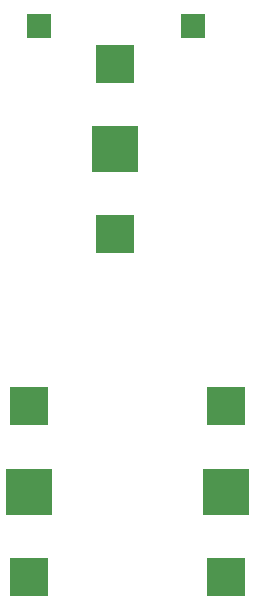
<source format=gbr>
%TF.GenerationSoftware,KiCad,Pcbnew,7.0.11*%
%TF.CreationDate,2025-02-10T21:59:36-08:00*%
%TF.ProjectId,enderman,656e6465-726d-4616-9e2e-6b696361645f,rev?*%
%TF.SameCoordinates,PX6ed1240PY84f1340*%
%TF.FileFunction,Soldermask,Bot*%
%TF.FilePolarity,Negative*%
%FSLAX46Y46*%
G04 Gerber Fmt 4.6, Leading zero omitted, Abs format (unit mm)*
G04 Created by KiCad (PCBNEW 7.0.11) date 2025-02-10 21:59:36*
%MOMM*%
%LPD*%
G01*
G04 APERTURE LIST*
%ADD10R,3.200000X3.200000*%
%ADD11R,3.960000X3.960000*%
%ADD12R,2.000000X2.000000*%
G04 APERTURE END LIST*
D10*
%TO.C,BT2*%
X22387500Y79000000D03*
X22387500Y93400000D03*
D11*
X22387500Y86200000D03*
%TD*%
D10*
%TO.C,BT3*%
X31800000Y50000000D03*
X31800000Y64400000D03*
D11*
X31800000Y57200000D03*
%TD*%
D12*
%TO.C,TP1*%
X29000000Y96600000D03*
%TD*%
D10*
%TO.C,BT1*%
X15175000Y50000000D03*
X15175000Y64400000D03*
D11*
X15175000Y57200000D03*
%TD*%
D12*
%TO.C,TP2*%
X16000000Y96600000D03*
%TD*%
M02*

</source>
